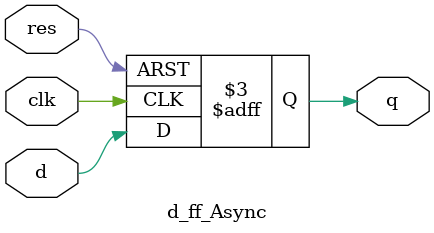
<source format=v>

module d_ff_Async(clk,res,d,q);
 input clk,res,d;
 output reg q;
 always @(posedge clk or posedge res) begin
   if (res==1) q<=0;
   else q<=d;
   end
 endmodule

 

</source>
